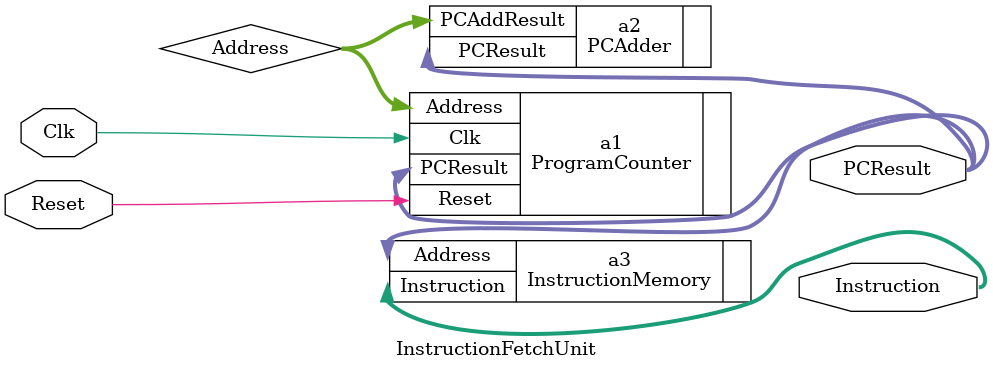
<source format=v>
`timescale 1ns / 1ps


module InstructionFetchUnit(Instruction, PCResult, Reset, Clk);
    input Reset, Clk;
    output [31:0] Instruction;
    output [31:0] PCResult;
    
    wire [31:0] Address;
    
    ProgramCounter a1(
        .Address(Address), 
        .PCResult(PCResult), 
        .Reset(Reset),
        .Clk(Clk)
    );
    
    PCAdder a2(
        .PCResult(PCResult), 
        .PCAddResult(Address)
    );
    
    InstructionMemory a3(
        .Address(PCResult), 
        .Instruction(Instruction) 
    );
    
endmodule
</source>
